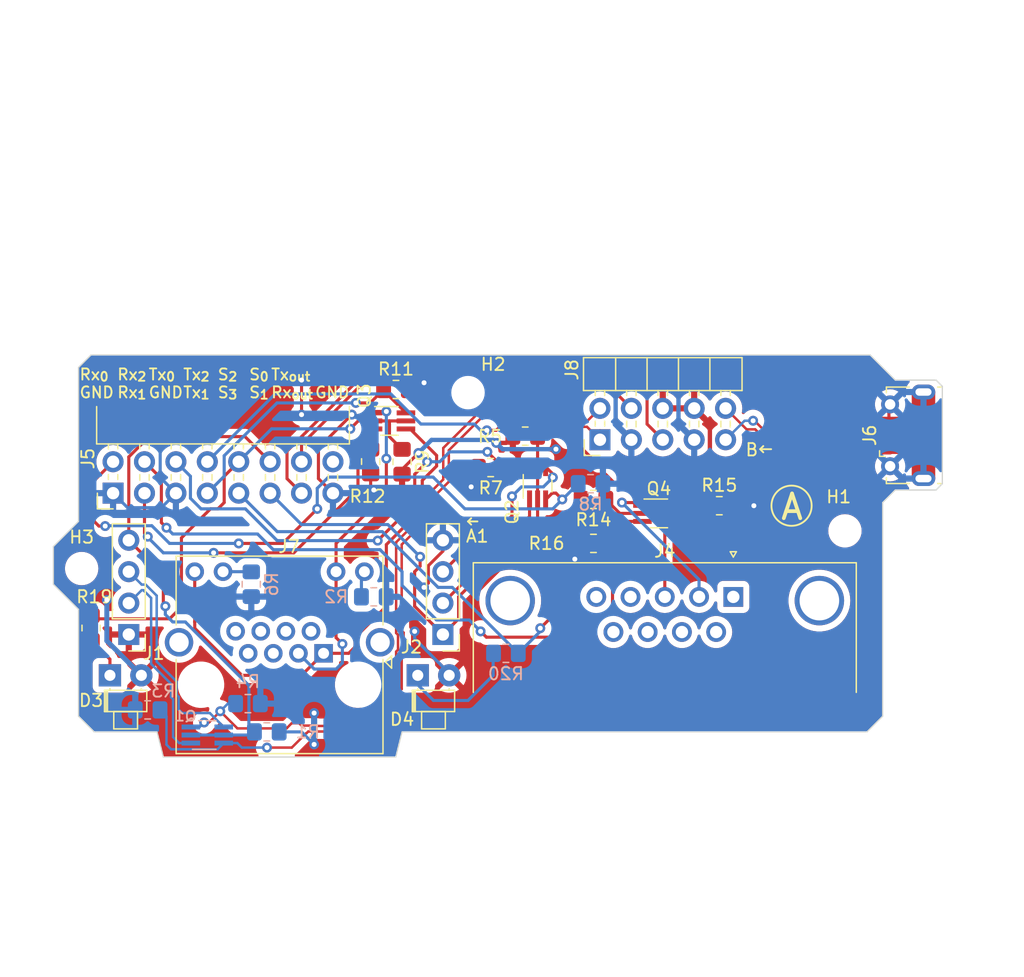
<source format=kicad_pcb>
(kicad_pcb (version 20221018) (generator pcbnew)
  (layers (0 "F.Cu" signal) (31 "B.Cu" signal) (34 "B.Paste" user) (35 "F.Paste" user) (36 "B.SilkS" user "B.Silkscreen") (37 "F.SilkS" user "F.Silkscreen") (38 "B.Mask" user) (39 "F.Mask" user) (44 "Edge.Cuts" user))
  (net 0 "")
  (net 1 "/D-")
  (net 2 "/D+")
  (net 3 "/Tx_{0}")
  (net 4 "/Rx_{0}")
  (net 5 "/Rx_{1}")
  (net 7 "/Tx_{1}")
  (net 14 "/Rx_{2}")
  (net 15 "/Tx_{2}")
  (net 22 "VCC")
  (net 23 "GND")
  (net 24 "/Tx_{out}")
  (net 25 "/Rx_{out}")
  (net 26 "/DO+")
  (net 27 "/DO-")
  (net 28 "Net-(D3-K)")
  (net 29 "Net-(D4-K)")
  (net 30 "/RXI_{0}")
  (net 31 "/TXI_{0}")
  (net 32 "/RXI_{1}")
  (net 33 "/TXI_{1}")
  (net 34 "/TXI_{2}")
  (net 35 "/RXI_{2}")
  (net 36 "/S_{0}")
  (net 37 "/S_{1}")
  (net 38 "/S_{2}")
  (net 39 "/S_{3}")
  (net 41 "Net-(J7-Pad9)")
  (net 42 "/U-")
  (net 43 "/U+")
  (net 45 "Net-(J7-Pad11)")
  (footprint "Connector_PinHeader_2.54mm:PinHeader_1x04_P2.54mm_Vertical" (layer "F.Cu") (at 60.706 72.39 180)
    (fp_text reference "J1")
    (fp_text value "Conn_01x04")
  )
  (footprint "Resistor_SMD:R_0805_2012Metric_Pad1.20x1.40mm_HandSolder" (layer "F.Cu") (at 89.9695 58.889852 180)
    (fp_text reference "R7")
    (fp_text value "40k")
  )
  (footprint "Connector_RJ:RJ45_Amphenol_RJHSE538X" (layer "F.Cu") (at 76.458 73.911 180)
    (fp_text reference "J7")
    (fp_text value "RJ45_LED")
  )
  (footprint "Package_TO_SOT_SMD:SOT-363_SC-70-6_Handsoldering" (layer "F.Cu") (at 81.788 55.118)
    (fp_text reference "Q3")
    (fp_text value "Q_Dual_PMOS_S1G1D2S2G2D1")
  )
  (footprint "Connector_PinHeader_2.54mm:PinHeader_1x04_P2.54mm_Vertical" (layer "F.Cu") (at 86.106 72.39 180)
    (fp_text reference "J2")
    (fp_text value "Conn_01x04")
  )
  (footprint "LED_THT:LED_D1.8mm_W1.8mm_H2.4mm_Horizontal_O1.27mm_Z1.6mm" (layer "F.Cu") (at 59.182 75.692)
    (fp_text reference "D3")
    (fp_text value "LED")
  )
  (footprint "Resistor_SMD:R_0805_2012Metric_Pad1.20x1.40mm_HandSolder" (layer "F.Cu") (at 98.282 61.468 180)
    (fp_text reference "R14")
    (fp_text value "20k")
  )
  (footprint "Connector_PinHeader_2.54mm:PinHeader_2x05_P2.54mm_Horizontal" (layer "F.Cu") (at 98.806 56.642 90)
    (fp_text reference "J8")
    (fp_text value "Conn_01x10 Data Conn")
  )
  (footprint "MountingHole:MountingHole_2.2mm_M2_ISO7380" (layer "F.Cu") (at 88.138 52.832)
    (fp_text reference "H2")
    (fp_text value "MountingHole")
  )
  (footprint "Connector_PinHeader_2.54mm:PinHeader_2x08_P2.54mm_Horizontal" (layer "F.Cu") (at 59.435999 60.96 90)
    (fp_text reference "J5")
    (fp_text value "Conn_02x08_Top_Bottom Switch Conn")
  )
  (footprint "Resistor_SMD:R_0805_2012Metric_Pad1.20x1.40mm_HandSolder" (layer "F.Cu") (at 92.7635 56.349852 180)
    (fp_text reference "R5")
    (fp_text value "20k")
  )
  (footprint "Resistor_SMD:R_0805_2012Metric_Pad1.20x1.40mm_HandSolder" (layer "F.Cu") (at 98.282 65.024 180)
    (fp_text reference "R16")
    (fp_text value "40k")
  )
  (footprint "Resistor_SMD:R_0805_2012Metric_Pad1.20x1.40mm_HandSolder" (layer "F.Cu") (at 108.458 61.976)
    (fp_text reference "R15")
    (fp_text value "40k")
  )
  (footprint "MountingHole:MountingHole_2.2mm_M2_ISO7380" (layer "F.Cu") (at 56.896 67.056)
    (fp_text reference "H3")
    (fp_text value "MountingHole")
  )
  (footprint "Package_TO_SOT_SMD:SOT-363_SC-70-6_Handsoldering" (layer "F.Cu") (at 103.572 62.596)
    (fp_text reference "Q4")
    (fp_text value "Q_Dual_PMOS_S1G1D2S2G2D1")
  )
  (footprint "Resistor_SMD:R_0805_2012Metric_Pad1.20x1.40mm_HandSolder" (layer "F.Cu") (at 80.264 58.404 -90)
    (fp_text reference "R12")
    (fp_text value "40k")
  )
  (footprint "Connector_USB:USB_Micro-B_Molex-105017-0001" (layer "F.Cu") (at 123.7305 56.282 90)
    (fp_text reference "J6")
    (fp_text value "USB_B_Micro Debug")
  )
  (footprint "Resistor_SMD:R_0805_2012Metric_Pad1.20x1.40mm_HandSolder" (layer "F.Cu") (at 82.312 52.578)
    (fp_text reference "R11")
    (fp_text value "40k")
  )
  (footprint "Connector_Dsub:DSUB-9_Female_Horizontal_P2.77x2.84mm_EdgePinOffset4.94mm_Housed_MountingHolesOffset7.48mm" (layer "F.Cu") (at 109.589 69.349669)
    (fp_text reference "J4")
    (fp_text value "DE9_Receptacle")
  )
  (footprint "Package_TO_SOT_SMD:SOT-363_SC-70-6_Handsoldering" (layer "F.Cu") (at 93.7635 60.159852 90)
    (fp_text reference "Q2")
    (fp_text value "Q_Dual_PMOS_S1G1D2S2G2D1")
  )
  (footprint "Resistor_SMD:R_0805_2012Metric_Pad1.20x1.40mm_HandSolder" (layer "F.Cu") (at 57.658 71.866 90)
    (fp_text reference "R19")
    (fp_text value "1k")
  )
  (footprint "MountingHole:MountingHole_2.2mm_M2_ISO7380" (layer "F.Cu") (at 118.618 64.008)
    (fp_text reference "H1")
    (fp_text value "MountingHole")
  )
  (footprint "Resistor_SMD:R_0805_2012Metric_Pad1.20x1.40mm_HandSolder" (layer "F.Cu") (at 82.804 58.42 -90)
    (fp_text reference "R9")
    (fp_text value "20k")
  )
  (footprint "LED_THT:LED_D1.8mm_W1.8mm_H2.4mm_Horizontal_O1.27mm_Z1.6mm" (layer "F.Cu") (at 84.074 75.692)
    (fp_text reference "D4")
    (fp_text value "LED")
  )
  (footprint "Resistor_SMD:R_0805_2012Metric_Pad1.20x1.40mm_HandSolder" (layer "B.Cu") (at 71.866 80.265)
    (fp_text reference "R1")
    (fp_text value "20k")
  )
  (footprint "Resistor_SMD:R_0805_2012Metric_Pad1.20x1.40mm_HandSolder" (layer "B.Cu") (at 80.518 69.342 180)
    (fp_text reference "R2")
    (fp_text value "330")
  )
  (footprint "Resistor_SMD:R_0805_2012Metric_Pad1.20x1.40mm_HandSolder" (layer "B.Cu") (at 70.342 77.979)
    (fp_text reference "R4")
    (fp_text value "300k")
  )
  (footprint "Resistor_SMD:R_0805_2012Metric_Pad1.20x1.40mm_HandSolder" (layer "B.Cu") (at 62.23 78.486 180)
    (fp_text reference "R3")
    (fp_text value "300k")
  )
  (footprint "Resistor_SMD:R_0805_2012Metric_Pad1.20x1.40mm_HandSolder" (layer "B.Cu") (at 91.202 73.914)
    (fp_text reference "R20")
    (fp_text value "1k")
  )
  (footprint "Resistor_SMD:R_0805_2012Metric_Pad1.20x1.40mm_HandSolder" (layer "B.Cu") (at 70.612 68.326 90)
    (fp_text reference "R6")
    (fp_text value "330")
  )
  (footprint "Package_TO_SOT_SMD:SOT-363_SC-70-6_Handsoldering" (layer "B.Cu") (at 67.056 80.519)
    (fp_text reference "Q1")
    (fp_text value "Q_Dual_PMOS_S1G1D2S2G2D1")
  )
  (footprint "Resistor_SMD:R_0805_2012Metric_Pad1.20x1.40mm_HandSolder" (layer "B.Cu") (at 98.044 60.198)
    (fp_text reference "R8")
    (fp_text value "40k")
  )
  (gr_line (start 88.138 63.246) (end 88.392 62.992) (stroke (width 0.15)) (layer "F.SilkS"))
  (gr_line (start 88.9 63.246) (end 88.138 63.246) (stroke (width 0.15)) (layer "F.SilkS"))
  (gr_line (start 111.76 57.404) (end 112.014 57.658) (stroke (width 0.15)) (layer "F.SilkS"))
  (gr_line (start 112.649 57.404) (end 111.887 57.404) (stroke (width 0.15)) (layer "F.SilkS"))
  (gr_line (start 111.76 57.404) (end 112.014 57.15) (stroke (width 0.15)) (layer "F.SilkS"))
  (gr_circle (center 114.3 61.976) (end 115.57 60.96) (stroke (width 0.15)) (fill none) (layer "F.SilkS"))
  (gr_line (start 88.138 63.246) (end 88.392 63.5) (stroke (width 0.15)) (layer "F.SilkS"))
  (gr_line (start 56.642 50.8) (end 57.658 49.784) (stroke (width 0.1)) (layer "Edge.Cuts"))
  (gr_line (start 126.492 60.198) (end 125.984 60.706) (stroke (width 0.1)) (layer "Edge.Cuts"))
  (gr_line (start 126.492 60.198) (end 126.492 52.324) (stroke (width 0.1)) (layer "Edge.Cuts"))
  (gr_line (start 56.642 50.8) (end 56.642 63.246) (stroke (width 0.1)) (layer "Edge.Cuts"))
  (gr_line (start 54.61 65.278) (end 56.642 63.246) (stroke (width 0.1)) (layer "Edge.Cuts"))
  (gr_line (start 121.666 78.994) (end 121.666 61.722) (stroke (width 0.1)) (layer "Edge.Cuts"))
  (gr_line (start 54.61 68.326) (end 56.642 70.358) (stroke (width 0.1)) (layer "Edge.Cuts"))
  (gr_line (start 56.642 78.994) (end 56.642 70.358) (stroke (width 0.1)) (layer "Edge.Cuts"))
  (gr_line (start 54.61 68.326) (end 54.61 65.278) (stroke (width 0.1)) (layer "Edge.Cuts"))
  (gr_line (start 62.992 80.264) (end 57.912 80.264) (stroke (width 0.1)) (layer "Edge.Cuts"))
  (gr_line (start 57.912 80.264) (end 56.642 78.994) (stroke (width 0.1)) (layer "Edge.Cuts"))
  (gr_line (start 82.804 80.264) (end 82.296 82.296) (stroke (width 0.1)) (layer "Edge.Cuts"))
  (gr_line (start 120.65 49.784) (end 122.682 51.816) (stroke (width 0.1)) (layer "Edge.Cuts"))
  (gr_line (start 126.492 52.324) (end 125.984 51.816) (stroke (width 0.1)) (layer "Edge.Cuts"))
  (gr_line (start 125.984 60.706) (end 122.682 60.706) (stroke (width 0.1)) (layer "Edge.Cuts"))
  (gr_line (start 120.65 49.784) (end 57.658 49.784) (stroke (width 0.1)) (layer "Edge.Cuts"))
  (gr_line (start 63.5 82.296) (end 62.992 80.264) (stroke (width 0.1)) (layer "Edge.Cuts"))
  (gr_line (start 122.682 60.706) (end 121.666 61.722) (stroke (width 0.1)) (layer "Edge.Cuts"))
  (gr_line (start 82.804 80.264) (end 120.396 80.264) (stroke (width 0.1)) (layer "Edge.Cuts"))
  (gr_line (start 82.296 82.296) (end 63.5 82.296) (stroke (width 0.1)) (layer "Edge.Cuts"))
  (gr_line (start 125.984 51.816) (end 122.682 51.816) (stroke (width 0.1)) (layer "Edge.Cuts"))
  (gr_line (start 120.396 80.264) (end 121.666 78.994) (stroke (width 0.1)) (layer "Edge.Cuts"))
  (gr_text "Rx_{0}\nGND" (at 56.642 53.34) (layer "F.SilkS") (effects (font (size 0.9 0.9)) (justify left bottom)))
  (gr_text "Rx_{2}\nRx_{1}" (at 59.69 53.34) (layer "F.SilkS") (effects (font (size 0.9 0.9)) (justify left bottom)))
  (gr_text "S_{0}\nS_{1}" (at 70.358 53.34) (layer "F.SilkS") (effects (font (size 0.9 0.9)) (justify left bottom)))
  (gr_text "Tx_{out}\nRx_{out}" (at 72.136 53.34) (layer "F.SilkS") (effects (font (size 0.9 0.9)) (justify left bottom)))
  (gr_text "Tx_{2}\nTx_{1}" (at 65.024 53.34) (layer "F.SilkS") (effects (font (size 0.9 0.9)) (justify left bottom)))
  (gr_text "S_{2}\nS_{3}" (at 67.818 53.34) (layer "F.SilkS") (effects (font (size 0.9 0.9)) (justify left bottom)))
  (gr_text "A" (at 113.284 63.246) (layer "F.SilkS") (effects (font (size 2 2) (thickness 0.3)) (justify left bottom)))
  (gr_text "B" (at 110.49 58.039) (layer "F.SilkS") (effects (font (size 1 1)) (justify left bottom)))
  (gr_text "Tx_{0}\nGND" (at 62.23 53.34) (layer "F.SilkS") (effects (font (size 0.9 0.9)) (justify left bottom)))
  (gr_text "\nGND" (at 75.692 53.34) (layer "F.SilkS") (effects (font (size 0.9 0.9)) (justify left bottom)))
  (gr_text "A1" (at 87.884 65.024) (layer "F.SilkS") (effects (font (size 1 1)) (justify left bottom)))
  (segment (start 67.258 78.741) (end 65.024 78.741) (width 0.2) (layer "B.Cu") (net 1))
  (segment (start 64.741 78.458) (end 64.741 77.437072) (width 0.2) (layer "B.Cu") (net 1))
  (segment (start 64.573 76.1928) (end 62.963 74.5828) (width 0.2) (layer "B.Cu") (net 1))
  (segment (start 68.386 79.869) (end 67.258 78.741) (width 0.2) (layer "B.Cu") (net 1))
  (segment (start 62.069199 68.354999) (end 61.750999 68.354999) (width 0.2) (layer "B.Cu") (net 1))
  (segment (start 61.750999 68.354999) (end 60.706 67.31) (width 0.2) (layer "B.Cu") (net 1))
  (segment (start 64.741 77.437072) (end 64.573 77.269072) (width 0.2) (layer "B.Cu") (net 1))
  (segment (start 64.573 77.269072) (end 64.573 76.1928) (width 0.2) (layer "B.Cu") (net 1))
  (segment (start 62.963 69.2488) (end 62.069199 68.354999) (width 0.2) (layer "B.Cu") (net 1))
  (segment (start 62.963 74.5828) (end 62.963 69.2488) (width 0.2) (layer "B.Cu") (net 1))
  (segment (start 65.024 78.741) (end 64.741 78.458) (width 0.2) (layer "B.Cu") (net 1))
  (segment (start 62.513 74.7692) (end 62.513 69.4352) (width 0.2) (layer "B.Cu") (net 2))
  (segment (start 64.12302 77.45546) (end 64.12302 76.37922) (width 0.2) (layer "B.Cu") (net 2))
  (segment (start 64.291 77.62344) (end 64.12302 77.45546) (width 0.2) (layer "B.Cu") (net 2))
  (segment (start 61.882801 68.805001) (end 61.750999 68.805001) (width 0.2) (layer "B.Cu") (net 2))
  (segment (start 65.726 81.169) (end 64.776 81.169) (width 0.2) (layer "B.Cu") (net 2))
  (segment (start 64.776 81.169) (end 64.291 80.684) (width 0.2) (layer "B.Cu") (net 2))
  (segment (start 64.12302 76.37922) (end 62.513 74.7692) (width 0.2) (layer "B.Cu") (net 2))
  (segment (start 61.750999 68.805001) (end 60.706 69.85) (width 0.2) (layer "B.Cu") (net 2))
  (segment (start 62.513 69.4352) (end 61.882801 68.805001) (width 0.2) (layer "B.Cu") (net 2))
  (segment (start 64.291 80.684) (end 64.291 77.62344) (width 0.2) (layer "B.Cu") (net 2))
  (segment (start 90.9695 58.889852) (end 89.6995 57.619852) (width 0.25) (layer "F.Cu") (net 3))
  (segment (start 80.833 64.797804) (end 83.829 61.801804) (width 0.25) (layer "F.Cu") (net 3))
  (segment (start 90.9695 58.889852) (end 93.0535 58.889852) (width 0.25) (layer "F.Cu") (net 3))
  (segment (start 83.829 61.801804) (end 83.829 59.427) (width 0.25) (layer "F.Cu") (net 3))
  (segment (start 83.829 59.427) (end 84.836 58.42) (width 0.25) (layer "F.Cu") (net 3))
  (via (at 80.833 64.797804) (size 0.8) (drill 0.4) (layers "F.Cu" "B.Cu") (net 3))
  (via (at 89.6995 57.619852) (size 0.8) (drill 0.4) (layers "F.Cu" "B.Cu") (net 3))
  (via (at 84.836 58.42) (size 0.8) (drill 0.4) (layers "F.Cu" "B.Cu") (net 3))
  (segment (start 65.690999 61.372999) (end 66.548 62.23) (width 0.25) (layer "B.Cu") (net 3))
  (segment (start 70.134805 62.23) (end 72.702609 64.797804) (width 0.25) (layer "B.Cu") (net 3))
  (segment (start 86.652148 57.619852) (end 85.852 58.42) (width 0.25) (layer "B.Cu") (net 3))
  (segment (start 64.515999 58.42) (end 65.690999 59.595) (width 0.25) (layer "B.Cu") (net 3))
  (segment (start 66.548 62.23) (end 70.134805 62.23) (width 0.25) (layer "B.Cu") (net 3))
  (segment (start 72.702609 64.797804) (end 80.833 64.797804) (width 0.25) (layer "B.Cu") (net 3))
  (segment (start 89.6995 57.619852) (end 86.652148 57.619852) (width 0.25) (layer "B.Cu") (net 3))
  (segment (start 85.852 58.42) (end 84.836 58.42) (width 0.25) (layer "B.Cu") (net 3))
  (segment (start 65.690999 59.595) (end 65.690999 61.372999) (width 0.25) (layer "B.Cu") (net 3))
  (segment (start 75.946 62.23) (end 73.152 65.024) (width 0.25) (layer "F.Cu") (net 4))
  (segment (start 95.25 60.96) (end 95.758 61.468) (width 0.25) (layer "F.Cu") (net 4))
  (segment (start 95.7585 61.4675) (end 95.758 61.468) (width 0.25) (layer "F.Cu") (net 4))
  (segment (start 57.912 59.943999) (end 59.435999 58.42) (width 0.25) (layer "F.Cu") (net 4))
  (segment (start 57.912 63.246) (end 57.912 59.943999) (width 0.25) (layer "F.Cu") (net 4))
  (segment (start 94.4135 61.489852) (end 94.943352 60.96) (width 0.25) (layer "F.Cu") (net 4))
  (segment (start 73.152 65.024) (end 69.596 65.024) (width 0.25) (layer "F.Cu") (net 4))
  (segment (start 58.288701 63.622701) (end 57.912 63.246) (width 0.25) (layer "F.Cu") (net 4))
  (segment (start 58.796701 63.622701) (end 58.288701 63.622701) (width 0.25) (layer "F.Cu") (net 4))
  (segment (start 94.943352 60.96) (end 95.25 60.96) (width 0.25) (layer "F.Cu") (net 4))
  (via (at 58.796701 63.622701) (size 0.8) (drill 0.4) (layers "F.Cu" "B.Cu") (net 4))
  (via (at 95.758 61.468) (size 0.8) (drill 0.4) (layers "F.Cu" "B.Cu") (net 4))
  (via (at 69.596 65.024) (size 0.8) (drill 0.4) (layers "F.Cu" "B.Cu") (net 4))
  (via (at 75.946 62.23) (size 0.8) (drill 0.4) (layers "F.Cu" "B.Cu") (net 4))
  (segment (start 77.216 59.66) (end 76.854298 59.66) (width 0.25) (layer "B.Cu") (net 4))
  (segment (start 85.314 59.66) (end 87.884 62.23) (width 0.25) (layer "B.Cu") (net 4))
  (segment (start 62.569695 63.595) (end 63.998695 65.024) (width 0.25) (layer "B.Cu") (net 4))
  (segment (start 58.824402 63.595) (end 58.796701 63.622701) (width 0.25) (layer "B.Cu") (net 4))
  (segment (start 87.884 62.23) (end 94.996 62.23) (width 0.25) (layer "B.Cu") (net 4))
  (segment (start 63.998695 65.024) (end 69.596 65.024) (width 0.25) (layer "B.Cu") (net 4))
  (segment (start 94.996 62.23) (end 95.758 61.468) (width 0.25) (layer "B.Cu") (net 4))
  (segment (start 77.216 59.66) (end 85.314 59.66) (width 0.25) (layer "B.Cu") (net 4))
  (segment (start 95.758 61.468) (end 95.774 61.468) (width 0.25) (layer "B.Cu") (net 4))
  (segment (start 58.824402 63.595) (end 62.569695 63.595) (width 0.25) (layer "B.Cu") (net 4))
  (segment (start 76.854298 59.66) (end 75.946 60.568298) (width 0.25) (layer "B.Cu") (net 4))
  (segment (start 95.774 61.468) (end 97.044 60.198) (width 0.25) (layer "B.Cu") (net 4))
  (segment (start 75.946 60.568298) (end 75.946 62.23) (width 0.25) (layer "B.Cu") (net 4))
  (segment (start 76.01485 63.82285) (end 74.0517 65.786) (width 0.25) (layer "F.Cu") (net 5))
  (segment (start 61.976 62.992) (end 61.976 64.212456) (width 0.25) (layer "F.Cu") (net 5))
  (segment (start 74.0517 65.786) (end 67.564 65.786) (width 0.25) (layer "F.Cu") (net 5))
  (segment (start 79.239 58.429) (end 79.239 60.5987) (width 0.25) (layer "F.Cu") (net 5))
  (segment (start 80.264 57.404) (end 80.264 55.962) (width 0.25) (layer "F.Cu") (net 5))
  (segment (start 80.264 55.962) (end 80.458 55.768) (width 0.25) (layer "F.Cu") (net 5))
  (segment (start 61.976 64.212456) (end 62.241946 64.478402) (width 0.25) (layer "F.Cu") (net 5))
  (segment (start 79.239 60.5987) (end 76.01485 63.82285) (width 0.25) (layer "F.Cu") (net 5))
  (segment (start 80.264 57.404) (end 79.239 58.429) (width 0.25) (layer "F.Cu") (net 5))
  (segment (start 61.975999 60.96) (end 61.976 62.992) (width 0.25) (layer "F.Cu") (net 5))
  (via (at 67.564 65.786) (size 0.8) (drill 0.4) (layers "F.Cu" "B.Cu") (net 5))
  (via (at 62.241946 64.478402) (size 0.8) (drill 0.4) (layers "F.Cu" "B.Cu") (net 5))
  (segment (start 63.5 65.786) (end 62.241946 64.527946) (width 0.25) (layer "B.Cu") (net 5))
  (segment (start 67.564 65.786) (end 63.5 65.786) (width 0.25) (layer "B.Cu") (net 5))
  (segment (start 62.241946 64.527946) (end 62.241946 64.478402) (width 0.25) (layer "B.Cu") (net 5))
  (segment (start 81.312 52.578) (end 81.312 52.662) (width 0.25) (layer "F.Cu") (net 7))
  (segment (start 79.062497 53.662497) (end 80.227503 53.662497) (width 0.25) (layer "F.Cu") (net 7))
  (segment (start 81.312 52.662) (end 83.118 54.468) (width 0.25) (layer "F.Cu") (net 7))
  (segment (start 80.227503 53.662497) (end 81.312 52.578) (width 0.25) (layer "F.Cu") (net 7))
  (via (at 79.062497 53.662497) (size 0.8) (drill 0.4) (layers "F.Cu" "B.Cu") (net 7))
  (segment (start 67.055999 60.96) (end 68.420999 59.595) (width 0.25) (layer "B.Cu") (net 7))
  (segment (start 72.691801 53.662497) (end 79.062497 53.662497) (width 0.25) (layer "B.Cu") (net 7))
  (segment (start 68.420999 59.595) (end 68.420999 57.933299) (width 0.25) (layer "B.Cu") (net 7))
  (segment (start 68.420999 57.933299) (end 72.691801 53.662497) (width 0.25) (layer "B.Cu") (net 7))
  (segment (start 89.625 72.607) (end 97.319 72.607) (width 0.25) (layer "F.Cu") (net 14))
  (segment (start 63.340999 59.785) (end 63.340999 63.340999) (width 0.25) (layer "F.Cu") (net 14))
  (segment (start 97.319 72.607) (end 99.822 70.104) (width 0.25) (layer "F.Cu") (net 14))
  (segment (start 99.822 70.104) (end 99.822 65.564) (width 0.25) (layer "F.Cu") (net 14))
  (segment (start 89.154 72.136) (end 89.625 72.607) (width 0.25) (layer "F.Cu") (net 14))
  (segment (start 99.282 65.024) (end 101.06 63.246) (width 0.25) (layer "F.Cu") (net 14))
  (segment (start 61.975999 58.42) (end 63.340999 59.785) (width 0.25) (layer "F.Cu") (net 14))
  (segment (start 101.06 63.246) (end 102.242 63.246) (width 0.25) (layer "F.Cu") (net 14))
  (segment (start 99.822 65.564) (end 99.282 65.024) (width 0.25) (layer "F.Cu") (net 14))
  (segment (start 63.340999 63.340999) (end 63.754 63.754) (width 0.25) (layer "F.Cu") (net 14))
  (via (at 89.154 72.136) (size 0.8) (drill 0.4) (layers "F.Cu" "B.Cu") (net 14))
  (via (at 63.754 63.754) (size 0.8) (drill 0.4) (layers "F.Cu" "B.Cu") (net 14))
  (segment (start 85.598 71.215) (end 82.804 68.421) (width 0.25) (layer "B.Cu") (net 14))
  (segment (start 72.39 65.532) (end 71.12 64.262) (width 0.25) (layer "B.Cu") (net 14))
  (segment (start 81.026 65.532) (end 72.39 65.532) (width 0.25) (layer "B.Cu") (net 14))
  (segment (start 64.262 64.262) (end 63.754 63.754) (width 0.25) (layer "B.Cu") (net 14))
  (segment (start 88.233 71.215) (end 85.598 71.215) (width 0.25) (layer "B.Cu") (net 14))
  (segment (start 71.12 64.262) (end 64.262 64.262) (width 0.25) (layer "B.Cu") (net 14))
  (segment (start 82.804 68.421) (end 82.804 67.31) (width 0.25) (layer "B.Cu") (net 14))
  (segment (start 89.154 72.136) (end 88.233 71.215) (width 0.25) (layer "B.Cu") (net 14))
  (segment (start 82.804 67.31) (end 81.026 65.532) (width 0.25) (layer "B.Cu") (net 14))
  (segment (start 96.774 56.76962) (end 96.13962 56.76962) (width 0.25) (layer "F.Cu") (net 15))
  (segment (start 98.67838 58.674) (end 96.774 56.76962) (width 0.25) (layer "F.Cu") (net 15))
  (segment (start 90.424 55.88) (end 90.979148 55.324852) (width 0.25) (layer "F.Cu") (net 15))
  (segment (start 96.13962 56.76962) (end 94.694852 55.324852) (width 0.25) (layer "F.Cu") (net 15))
  (segment (start 102.108 61.214) (end 103.378 61.214) (width 0.25) (layer "F.Cu") (net 15))
  (segment (start 99.568 58.674) (end 98.67838 58.674) (width 0.25) (layer "F.Cu") (net 15))
  (segment (start 90.979148 55.324852) (end 94.694852 55.324852) (width 0.25) (layer "F.Cu") (net 15))
  (segment (start 103.378 61.214) (end 104.11 61.946) (width 0.25) (layer "F.Cu") (net 15))
  (segment (start 99.568 58.674) (end 102.108 61.214) (width 0.25) (layer "F.Cu") (net 15))
  (segment (start 89.662 55.88) (end 90.424 55.88) (width 0.25) (layer "F.Cu") (net 15))
  (segment (start 107.428 61.946) (end 107.458 61.976) (width 0.25) (layer "F.Cu") (net 15))
  (segment (start 104.11 61.946) (end 104.902 61.946) (width 0.25) (layer "F.Cu") (net 15))
  (segment (start 104.902 61.946) (end 107.428 61.946) (width 0.25) (layer "F.Cu") (net 15))
  (via (at 89.662 55.88) (size 0.8) (drill 0.4) (layers "F.Cu" "B.Cu") (net 15))
  (segment (start 89.154 55.88) (end 89.662 55.88) (width 0.25) (layer "B.Cu") (net 15))
  (segment (start 88.646 55.372) (end 89.154 55.88) (width 0.25) (layer "B.Cu") (net 15))
  (segment (start 88.646 55.372) (end 84.328 55.372) (width 0.25) (layer "B.Cu") (net 15))
  (segment (start 67.055999 58.42) (end 72.538502 52.937497) (width 0.25) (layer "B.Cu") (net 15))
  (segment (start 72.538502 52.937497) (end 81.893497 52.937497) (width 0.25) (layer "B.Cu") (net 15))
  (segment (start 81.893497 52.937497) (end 84.328 55.372) (width 0.25) (layer "B.Cu") (net 15))
  (segment (start 120.472 57.582) (end 120.396 57.658) (width 0.5) (layer "F.Cu") (net 22))
  (segment (start 107.188 54.864) (end 107.696 55.372) (width 0.5) (layer "F.Cu") (net 22))
  (segment (start 90.424 56.896) (end 91.217352 56.896) (width 0.35) (layer "F.Cu") (net 22))
  (segment (start 122.268 57.582) (end 120.472 57.582) (width 0.5) (layer "F.Cu") (net 22))
  (segment (start 87.901 74.405) (end 87.901 69.833) (width 0.4) (layer "F.Cu") (net 22))
  (segment (start 82.804 59.42) (end 82.804 59.03849) (width 0.25) (layer "F.Cu") (net 22))
  (segment (start 107.696 55.372) (end 107.696 55.626) (width 0.35) (layer "F.Cu") (net 22))
  (segment (start 106.426 54.102) (end 107.188 54.864) (width 0.5) (layer "F.Cu") (net 22))
  (segment (start 82.804 59.03849) (end 84.129245 57.713245) (width 0.25) (layer "F.Cu") (net 22))
  (segment (start 107.696 55.626) (end 107.696 57.658) (width 0.35) (layer "F.Cu") (net 22))
  (segment (start 91.217352 56.896) (end 91.7635 56.349852) (width 0.35) (layer "F.Cu") (net 22))
  (segment (start 86.614 75.692) (end 87.901 74.405) (width 0.4) (layer "F.Cu") (net 22))
  (segment (start 87.901 69.833) (end 90.932 66.802) (width 0.4) (layer "F.Cu") (net 22))
  (segment (start 90.932 66.802) (end 91.948 66.802) (width 0.4) (layer "F.Cu") (net 22))
  (segment (start 91.7635 56.349852) (end 91.254352 56.859) (width 0.25) (layer "F.Cu") (net 22))
  (segment (start 121.742 57.582) (end 123.03 57.582) (width 0.4) (layer "F.Cu") (net 22))
  (via (at 58.928 69.596) (size 0.8) (drill 0.4) (layers "F.Cu" "B.Cu") (net 22))
  (via (at 90.424 56.896) (size 0.8) (drill 0.4) (layers "F.Cu" "B.Cu") (net 22))
  (via (at 75.692 78.74) (size 0.8) (drill 0.4) (layers "F.Cu" "B.Cu") (net 22))
  (via (at 84.129245 57.713245) (size 0.8) (drill 0.4) (layers "F.Cu" "B.Cu") (net 22))
  (via (at 83.82 72.136) (size 0.8) (drill 0.4) (layers "F.Cu" "B.Cu") (net 22))
  (via (at 95.25 57.404) (size 0.8) (drill 0.4) (layers "F.Cu" "B.Cu") (net 22))
  (via (at 75.692 81.28) (size 0.8) (drill 0.4) (layers "F.Cu" "B.Cu") (net 22))
  (segment (start 75.692 80.518) (end 75.692 78.74) (width 0.5) (layer "B.Cu") (net 22))
  (segment (start 84.129245 57.713245) (end 84.14749 57.695) (width 0.25) (layer "B.Cu") (net 22))
  (segment (start 90.424 56.896) (end 90.932 57.404) (width 0.35) (layer "B.Cu") (net 22))
  (segment (start 90.183 56.655) (end 85.18749 56.655) (width 0.35) (layer "B.Cu") (net 22))
  (segment (start 75.692 81.28) (end 75.692 80.518) (width 0.5) (layer "B.Cu") (net 22))
  (segment (start 90.932 57.404) (end 95.25 57.404) (width 0.35) (layer "B.Cu") (net 22))
  (segment (start 86.634 75.541) (end 83.82 72.727) (width 0.25) (layer "B.Cu") (net 22))
  (segment (start 74.677 80.265) (end 75.692 81.28) (width 0.25) (layer "B.Cu") (net 22))
  (segment (start 85.18749 56.655) (end 84.129245 57.713245) (width 0.35) (layer "B.Cu") (net 22))
  (segment (start 90.424 56.896) (end 90.183 56.655) (width 0.35) (layer "B.Cu") (net 22))
  (segment (start 60.706 74.676) (end 58.928 72.898) (width 0.4) (layer "B.Cu") (net 22))
  (segment (start 61.722 75.692) (end 60.706 74.676) (width 0.4) (layer "B.Cu") (net 22))
  (segment (start 58.928 72.898) (end 58.928 69.596) (width 0.4) (layer "B.Cu") (net 22))
  (segment (start 83.82 72.727) (end 83.82 72.136) (width 0.25) (layer "B.Cu") (net 22))
  (segment (start 72.866 80.265) (end 74.677 80.265) (width 0.25) (layer "B.Cu") (net 22))
  (segment (start 64.515999 60.96) (end 64.513 60.962999) (width 0.25) (layer "F.Cu") (net 23))
  (segment (start 77.215999 60.96) (end 76.040999 59.785) (width 0.25) (layer "F.Cu") (net 23))
  (segment (start 122.174 54.982) (end 122.174 53.782) (width 0.25) (layer "F.Cu") (net 23))
  (segment (start 86.106 65.648299) (end 84.931 66.823299) (width 0.25) (layer "F.Cu") (net 23))
  (segment (start 97.282 65.786) (end 96.774 66.294) (width 0.25) (layer "F.Cu") (net 23))
  (segment (start 97.282 65.024) (end 97.282 65.786) (width 0.25) (layer "F.Cu") (net 23))
  (segment (start 84.931 66.823299) (end 84.931 68.231) (width 0.25) (layer "F.Cu") (net 23))
  (segment (start 84.931 68.231) (end 84.582 68.58) (width 0.25) (layer "F.Cu") (net 23))
  (segment (start 76.040999 59.785) (end 76.040999 57.309001) (width 0.25) (layer "F.Cu") (net 23))
  (segment (start 86.106 64.77) (end 86.106 65.648299) (width 0.25) (layer "F.Cu") (net 23))
  (segment (start 74.676 54.61) (end 74.676 51.816) (width 0.25) (layer "F.Cu") (net 23))
  (segment (start 124.968 57.282) (end 124.968 59.182) (width 0.5) (layer "F.Cu") (net 23))
  (segment (start 109.458 61.976) (end 111.252 61.976) (width 0.25) (layer "F.Cu") (net 23))
  (segment (start 88.424 60.42) (end 88.392 60.452) (width 0.25) (layer "F.Cu") (net 23))
  (segment (start 76.040999 57.309001) (end 78.74 54.61) (width 0.25) (layer "F.Cu") (net 23))
  (segment (start 80.264 60.452) (end 80.518 60.706) (width 0.25) (layer "F.Cu") (net 23))
  (segment (start 80.264 59.404) (end 80.264 60.452) (width 0.25) (layer "F.Cu") (net 23))
  (segment (start 124.968 55.282) (end 124.968 53.382) (width 0.5) (layer "F.Cu") (net 23))
  (segment (start 83.312 52.578) (end 84.0365 52.578) (width 0.25) (layer "F.Cu") (net 23))
  (segment (start 84.0365 52.578) (end 84.582 52.0325) (width 0.25) (layer "F.Cu") (net 23))
  (segment (start 88.424 59.182) (end 88.424 60.42) (width 0.25) (layer "F.Cu") (net 23))
  (via (at 84.582 68.58) (size 0.8) (drill 0.4) (layers "F.Cu" "B.Cu") (net 23))
  (via (at 74.676 51.816) (size 0.8) (drill 0.4) (layers "F.Cu" "B.Cu") (net 23))
  (via (at 84.582 52.0325) (size 0.8) (drill 0.4) (layers "F.Cu" "B.Cu") (net 23))
  (via (at 78.74 54.61) (size 0.8) (drill 0.4) (layers "F.Cu" "B.Cu") (net 23))
  (via (at 80.518 60.706) (size 0.8) (drill 0.4) (layers "F.Cu" "B.Cu") (net 23))
  (via (at 74.676 54.61) (size 0.8) (drill 0.4) (layers "F.Cu" "B.Cu") (net 23))
  (via (at 111.252 61.976) (size 0.8) (drill 0.4) (layers "F.Cu" "B.Cu") (net 23))
  (via (at 96.774 66.294) (size 0.8) (drill 0.4) (layers "F.Cu" "B.Cu") (net 23))
  (via (at 88.392 60.452) (size 0.8) (drill 0.4) (layers "F.Cu" "B.Cu") (net 23))
  (segment (start 64.515999 60.96) (end 63.340999 62.135) (width 0.25) (layer "B.Cu") (net 23))
  (segment (start 78.74 54.61) (end 74.676 54.61) (width 0.25) (layer "B.Cu") (net 23))
  (segment (start 60.610999 62.135) (end 59.435999 60.96) (width 0.25) (layer "B.Cu") (net 23))
  (segment (start 64.515999 60.96) (end 63.246 59.690001) (width 0.25) (layer "B.Cu") (net 23))
  (segment (start 106.426 56.642) (end 105.664 55.88) (width 0.5) (layer "B.Cu") (net 23))
  (segment (start 105.664 55.88) (end 105.156 55.372) (width 0.5) (layer "B.Cu") (net 23))
  (segment (start 63.340999 62.135) (end 60.610999 62.135) (width 0.25) (layer "B.Cu") (net 23))
  (segment (start 100.076 55.118) (end 100.076 53.086) (width 0.35) (layer "B.Cu") (net 23))
  (segment (start 63.246 59.690001) (end 63.246 56.388) (width 0.25) (layer "B.Cu") (net 23))
  (segment (start 100.33 55.626) (end 100.076 55.372) (width 0.5) (layer "B.Cu") (net 23))
  (segment (start 100.076 55.372) (end 100.076 55.118) (width 0.35) (layer "B.Cu") (net 23))
  (segment (start 101.346 56.642) (end 100.33 55.626) (width 0.5) (layer "B.Cu") (net 23))
  (segment (start 105.156 55.118) (end 105.156 53.086) (width 0.35) (layer "B.Cu") (net 23))
  (segment (start 105.156 55.372) (end 105.156 55.118) (width 0.35) (layer "B.Cu") (net 23))
  (segment (start 99.822 52.578) (end 101.346 54.102) (width 0.25) (layer "F.Cu") (net 24))
  (segment (start 74.675999 58.42) (end 74.675999 57.024397) (width 0.25) (layer "F.Cu") (net 24))
  (segment (start 74.675999 57.024397) (end 80.392396 51.308) (width 0.25) (layer "F.Cu") (net 24))
  (segment (start 80.392396 51.308) (end 88.699965 51.308) (width 0.25) (layer "F.Cu") (net 24))
  (segment (start 89.969965 52.578) (end 99.822 52.578) (width 0.25) (layer "F.Cu") (net 24))
  (segment (start 88.699965 51.308) (end 89.969965 52.578) (width 0.25) (layer "F.Cu") (net 24))
  (segment (start 90.424 52.07) (end 101.854 52.07) (width 0.25) (layer "F.Cu") (net 25))
  (segment (start 102.616 55.372) (end 103.886 56.642) (width 0.25) (layer "F.Cu") (net 25))
  (segment (start 101.854 52.07) (end 102.616 52.832) (width 0.25) (layer "F.Cu") (net 25))
  (segment (start 73.500999 59.785) (end 73.500999 57.563001) (width 0.25) (layer "F.Cu") (net 25))
  (segment (start 80.264 50.8) (end 89.154 50.8) (width 0.25) (layer "F.Cu") (net 25))
  (segment (start 73.500999 57.563001) (end 80.264 50.8) (width 0.25) (layer "F.Cu") (net 25))
  (segment (start 89.154 50.8) (end 90.424 52.07) (width 0.25) (layer "F.Cu") (net 25))
  (segment (start 74.675999 60.96) (end 73.500999 59.785) (width 0.25) (layer "F.Cu") (net 25))
  (segment (start 102.616 52.832) (end 102.616 55.372) (width 0.25) (layer "F.Cu") (net 25))
  (segment (start 93.443652 54.899852) (end 94.870892 54.899852) (width 0.2) (layer "F.Cu") (net 26))
  (segment (start 94.870892 54.899852) (end 95.56804 55.597) (width 0.2) (layer "F.Cu") (net 26))
  (segment (start 82.775 76.8012) (end 82.775 73.959244) (width 0.2) (layer "F.Cu") (net 26))
  (segment (start 82.775 65.1172) (end 85.569 62.3232) (width 0.2) (layer "F.Cu") (net 26))
  (segment (start 82.92798 73.806264) (end 82.92798 72.235736) (width 0.2) (layer "F.Cu") (net 26))
  (segment (start 82.775 73.959244) (end 82.92798 73.806264) (width 0.2) (layer "F.Cu") (net 26))
  (segment (start 79.3412 80.235) (end 82.775 76.8012) (width 0.2) (layer "F.Cu") (net 26))
  (segment (start 73.88895 81.534) (end 75.04095 80.382) (width 0.2) (layer "F.Cu") (net 26))
  (segment (start 85.569 61.0532) (end 86.585 60.0372) (width 0.2) (layer "F.Cu") (net 26))
  (segment (start 92.8708 54.327) (end 93.443652 54.899852) (width 0.2) (layer "F.Cu") (net 26))
  (segment (start 71.882 81.534) (end 73.88895 81.534) (width 0.2) (layer "F.Cu") (net 26))
  (segment (start 95.56804 55.597) (end 97.761 55.597) (width 0.2) (layer "F.Cu") (net 26))
  (segment (start 89.7552 54.327) (end 92.8708 54.327) (width 0.2) (layer "F.Cu") (net 26))
  (segment (start 82.92798 72.235736) (end 82.775 72.082756) (width 0.2) (layer "F.Cu") (net 26))
  (segment (start 75.066 80.382) (end 75.213 80.235) (width 0.2) (layer "F.Cu") (net 26))
  (segment (start 86.585 60.0372) (end 86.585 57.4972) (width 0.2) (layer "F.Cu") (net 26))
  (segment (start 98.806 55.88) (end 98.806 56.642) (width 0.2) (layer "F.Cu") (net 26))
  (segment (start 85.569 62.3232) (end 85.569 61.0532) (width 0.2) (layer "F.Cu") (net 26))
  (segment (start 97.761 55.597) (end 98.806 56.642) (width 0.2) (layer "F.Cu") (net 26))
  (segment (start 75.04095 80.382) (end 75.066 80.382) (width 0.2) (layer "F.Cu") (net 26))
  (segment (start 75.213 80.235) (end 79.3412 80.235) (width 0.2) (layer "F.Cu") (net 26))
  (segment (start 86.585 57.4972) (end 89.7552 54.327) (width 0.2) (layer "F.Cu") (net 26))
  (segment (start 82.775 72.082756) (end 82.775 65.1172) (width 0.2) (layer "F.Cu") (net 26))
  (via (at 71.882 81.534) (size 0.8) (drill 0.4) (layers "F.Cu" "B.Cu") (net 26))
  (segment (start 64.126 81.669) (end 63.754 81.297) (width 0.2) (layer "B.Cu") (net 26))
  (segment (start 69.484 81.169) (end 69.849 81.534) (width 0.2) (layer "B.Cu") (net 26))
  (segment (start 63.754 81.297) (end 63.754 79.01) (width 0.2) (layer "B.Cu") (net 26))
  (segment (start 68.386 81.169) (end 67.886 81.669) (width 0.2) (layer "B.Cu") (net 26))
  (segment (start 69.849 81.534) (end 71.882 81.534) (width 0.2) (layer "B.Cu") (net 26))
  (segment (start 63.754 79.01) (end 63.23 78.486) (width 0.2) (layer "B.Cu") (net 26))
  (segment (start 67.886 81.669) (end 64.126 81.669) (width 0.2) (layer "B.Cu") (net 26))
  (segment (start 68.386 81.169) (end 69.484 81.169) (width 0.2) (layer "B.Cu") (net 26))
  (segment (start 69.488244 79.982) (end 73.468 79.982) (width 0.2) (layer "F.Cu") (net 27))
  (segment (start 82.325 76.6148) (end 82.325 73.772876) (width 0.2) (layer "F.Cu") (net 27))
  (segment (start 93.630072 54.449872) (end 95.05728 54.449872) (width 0.2) (layer "F.Cu") (net 27))
  (segment (start 82.478 72.422124) (end 82.325 72.269124) (width 0.2) (layer "F.Cu") (net 27))
  (segment (start 82.325 73.772876) (end 82.478 73.619876) (width 0.2) (layer "F.Cu") (net 27))
  (segment (start 93.0572 53.877) (end 93.630072 54.449872) (width 0.2) (layer "F.Cu") (net 27))
  (segment (start 73.87805 79.565) (end 74.485 79.565) (width 0.2) (layer "F.Cu") (net 27))
  (segment (start 86.135 57.3108) (end 89.5688 53.877) (width 0.2) (layer "F.Cu") (net 27))
  (segment (start 82.325 64.9308) (end 85.119 62.1368) (width 0.2) (layer "F.Cu") (net 27))
  (segment (start 95.754408 55.147) (end 97.761 55.147) (width 0.2) (layer "F.Cu") (net 27))
  (segment (start 82.478 73.619876) (end 82.478 72.422124) (width 0.2) (layer "F.Cu") (net 27))
  (segment (start 85.119 62.1368) (end 85.119 60.8668) (width 0.2) (layer "F.Cu") (net 27))
  (segment (start 85.119 60.8668) (end 86.135 59.8508) (width 0.2) (layer "F.Cu") (net 27))
  (segment (start 67.1955 79.503) (end 68.102372 78.596128) (width 0.2) (layer "F.Cu") (net 27))
  (segment (start 97.761 55.147) (end 98.806 54.102) (width 0.2) (layer "F.Cu") (net 27))
  (segment (start 73.468 79.97505) (end 73.87805 79.565) (width 0.2) (layer "F.Cu") (net 27))
  (segment (start 89.5688 53.877) (end 93.0572 53.877) (width 0.2) (layer "F.Cu") (net 27))
  (segment (start 74.676 79.756) (end 75.917 79.756) (width 0.2) (layer "F.Cu") (net 27))
  (segment (start 75.946 79.785) (end 79.1548 79.785) (width 0.2) (layer "F.Cu") (net 27))
  (segment (start 66.802 79.503) (end 67.1955 79.503) (width 0.2) (layer "F.Cu") (net 27))
  (segment (start 79.1548 79.785) (end 82.325 76.6148) (width 0.2) (layer "F.Cu") (net 27))
  (segment (start 73.468 79.982) (end 73.468 79.97505) (width 0.2) (layer "F.Cu") (net 27))
  (segment (start 95.05728 54.449872) (end 95.754408 55.147) (width 0.2) (layer "F.Cu") (net 27))
  (segment (start 82.325 72.269124) (end 82.325 64.9308) (width 0.2) (layer "F.Cu") (net 27))
  (segment (start 86.135 59.8508) (end 86.135 57.3108) (width 0.2) (layer "F.Cu") (net 27))
  (segment (start 68.102372 78.596128) (end 69.488244 79.982) (width 0.2) (layer "F.Cu") (net 27))
  (segment (start 74.485 79.565) (end 74.676 79.756) (width 0.2) (layer "F.Cu") (net 27))
  (segment (start 75.917 79.756) (end 75.946 79.785) (width 0.2) (layer "F.Cu") (net 27))
  (via (at 68.102372 78.596128) (size 0.8) (drill 0.4) (layers "F.Cu" "B.Cu") (net 27))
  (via (at 66.802 79.503) (size 0.8) (drill 0.4) (layers "F.Cu" "B.Cu") (net 27))
  (segment (start 66.436 79.869) (end 66.802 79.503) (width 0.2) (layer "B.Cu") (net 27))
  (segment (start 69.342 77.979) (end 68.7195 77.979) (width 0.2) (layer "B.Cu") (net 27))
  (segment (start 68.7195 77.979) (end 68.102372 78.596128) (width 0.2) (layer "B.Cu") (net 27))
  (segment (start 65.726 79.869) (end 66.436 79.869) (width 0.2) (layer "B.Cu") (net 27))
  (segment (start 59.182 74.39) (end 59.182 75.692) (width 0.25) (layer "F.Cu") (net 28))
  (segment (start 57.658 72.866) (end 59.182 74.39) (width 0.25) (layer "F.Cu") (net 28))
  (segment (start 90.17 73.946) (end 90.17 75.692) (width 0.25) (layer "B.Cu") (net 29))
  (segment (start 84.094 76.474) (end 84.094 75.541) (width 0.25) (layer "B.Cu") (net 29))
  (segment (start 88.138 77.724) (end 85.344 77.724) (width 0.25) (layer "B.Cu") (net 29))
  (segment (start 90.202 73.914) (end 90.17 73.946) (width 0.25) (layer "B.Cu") (net 29))
  (segment (start 90.17 75.692) (end 88.138 77.724) (width 0.25) (layer "B.Cu") (net 29))
  (segment (start 85.344 77.724) (end 84.094 76.474) (width 0.25) (layer "B.Cu") (net 29))
  (segment (start 94.996 59.412352) (end 94.4135 58.829852) (width 0.25) (layer "F.Cu") (net 30))
  (segment (start 94.996 59.69) (end 94.996 59.412352) (width 0.25) (layer "F.Cu") (net 30))
  (segment (start 86.106 67.31) (end 88.392 65.024) (width 0.25) (layer "F.Cu") (net 30))
  (segment (start 89.461965 65.024) (end 91.694 62.791965) (width 0.25) (layer "F.Cu") (net 30))
  (segment (start 88.392 65.024) (end 89.461965 65.024) (width 0.25) (layer "F.Cu") (net 30))
  (segment (start 91.694 62.791965) (end 91.694 61.214) (width 0.25) (layer "F.Cu") (net 30))
  (via (at 91.694 61.214) (size 0.8) (drill 0.4) (layers "F.Cu" "B.Cu") (net 30))
  (via (at 94.996 59.69) (size 0.8) (drill 0.4) (layers "F.Cu" "B.Cu") (net 30))
  (segment (start 91.694 61.214) (end 92.456 60.452) (width 0.25) (layer "B.Cu") (net 30))
  (segment (start 93.98 60.452) (end 94.234 60.452) (width 0.25) (layer "B.Cu") (net 30))
  (segment (start 92.456 60.452) (end 93.98 60.452) (width 0.25) (layer "B.Cu") (net 30))
  (segment (start 94.234 60.452) (end 94.996 59.69) (width 0.25) (layer "B.Cu") (net 30))
  (segment (start 93.1135 62.8425) (end 93.1135 61.489852) (width 0.25) (layer "F.Cu") (net 31))
  (segment (start 86.106 69.85) (end 93.1135 62.8425) (width 0.25) (layer "F.Cu") (net 31))
  (segment (start 81.534 65.12076) (end 84.44 62.21476) (width 0.25) (layer "F.Cu") (net 32))
  (segment (start 83.454 55.768) (end 83.118 55.768) (width 0.25) (layer "F.Cu") (net 32))
  (segment (start 78.994 73.406) (end 78.994 72.644) (width 0.25) (layer "F.Cu") (net 32))
  (segment (start 85.598 57.912) (end 83.454 55.768) (width 0.25) (layer "F.Cu") (net 32))
  (segment (start 66.04 71.375) (end 66.04 71.883) (width 0.25) (layer "F.Cu") (net 32))
  (segment (start 84.44 62.21476) (end 84.44 59.92876) (width 0.25) (layer "F.Cu") (net 32))
  (segment (start 81.534 70.104) (end 81.534 65.12076) (width 0.25) (layer "F.Cu") (net 32))
  (segment (start 84.44 59.92876) (end 85.598 58.77076) (width 0.25) (layer "F.Cu") (net 32))
  (segment (start 74.676 75.693) (end 76.458 73.911) (width 0.25) (layer "F.Cu") (net 32))
  (segment (start 85.598 58.77076) (end 85.598 57.912) (width 0.25) (layer "F.Cu") (net 32))
  (segment (start 78.994 72.644) (end 81.534 70.104) (width 0.25) (layer "F.Cu") (net 32))
  (segment (start 66.04 71.883) (end 69.85 75.693) (width 0.25) (layer "F.Cu") (net 32))
  (segment (start 78.489 73.911) (end 78.994 73.406) (width 0.25) (layer "F.Cu") (net 32))
  (segment (start 66.038 67.311) (end 66.038 71.373) (width 0.25) (layer "F.Cu") (net 32))
  (segment (start 66.038 71.373) (end 66.04 71.375) (width 0.25) (layer "F.Cu") (net 32))
  (segment (start 76.458 73.911) (end 78.489 73.911) (width 0.25) (layer "F.Cu") (net 32))
  (segment (start 69.85 75.693) (end 74.676 75.693) (width 0.25) (layer "F.Cu") (net 32))
  (segment (start 77.468 65.024) (end 77.468 67.311) (width 0.25) (layer "F.Cu") (net 33))
  (segment (start 81.534 60.958) (end 81.534 58.166) (width 0.25) (layer "F.Cu") (net 33))
  (segment (start 80.57 54.356) (end 80.458 54.468) (width 0.25) (layer "F.Cu") (net 33))
  (segment (start 77.978 73.152) (end 77.465701 72.639701) (width 0.25) (layer "F.Cu") (net 33))
  (segment (start 77.465701 72.639701) (end 77.465701 71.878701) (width 0.25) (layer "F.Cu") (net 33))
  (segment (start 77.465701 71.878701) (end 77.468 71.876402) (width 0.25) (layer "F.Cu") (net 33))
  (segment (start 77.468 65.024) (end 81.534 60.958) (width 0.25) (layer "F.Cu") (net 33))
  (segment (start 77.468 71.876402) (end 77.468 67.311) (width 0.25) (layer "F.Cu") (net 33))
  (segment (start 81.534 54.356) (end 80.57 54.356) (width 0.25) (layer "F.Cu") (net 33))
  (via (at 81.534 58.166) (size 0.8) (drill 0.4) (layers "F.Cu" "B.Cu") (net 33))
  (via (at 77.978 73.152) (size 0.8) (drill 0.4) (layers "F.Cu" "B.Cu") (net 33))
  (via (at 81.534 54.356) (size 0.8) (drill 0.4) (layers "F.Cu" "B.Cu") (net 33))
  (segment (start 77.47 75.185) (end 77.978 74.677) (width 0.25) (layer "B.Cu") (net 33))
  (segment (start 77.978 74.677) (end 77.978 73.152) (width 0.25) (layer "B.Cu") (net 33))
  (segment (start 75.7 75.185) (end 77.47 75.185) (width 0.25) (layer "B.Cu") (net 33))
  (segment (start 74.426 73.911) (end 75.7 75.185) (width 0.25) (layer "B.Cu") (net 33))
  (segment (start 81.534 58.166) (end 81.534 54.356) (width 0.25) (layer "B.Cu") (net 33))
  (segment (start 102.018 61.722) (end 102.242 61.946) (width 0.25) (layer "F.Cu") (net 34))
  (segment (start 100.584 61.722) (end 102.018 61.722) (width 0.25) (layer "F.Cu") (net 34))
  (via (at 100.584 61.722) (size 0.8) (drill 0.4) (layers "F.Cu" "B.Cu") (net 34))
  (segment (start 106.819 69.349669) (end 106.819 67.957) (width 0.25) (layer "B.Cu") (net 34))
  (segment (start 106.819 67.957) (end 100.584 61.722) (width 0.25) (layer "B.Cu") (net 34))
  (segment (start 104.049 64.099) (end 104.902 63.246) (width 0.25) (layer "F.Cu") (net 35))
  (segment (start 104.049 69.349669) (end 104.049 64.099) (width 0.25) (layer "F.Cu") (net 35))
  (segment (start 60.706 58.028298) (end 62.346298 56.388) (width 0.25) (layer "F.Cu") (net 36))
  (segment (start 70.103999 56.388) (end 72.135999 58.42) (width 0.25) (layer "F.Cu") (net 36))
  (segment (start 63.5 67.564) (end 63.5 69.9415) (width 0.25) (layer "F.Cu") (net 36))
  (segment (start 60.706 64.77) (end 60.706 58.028298) (width 0.25) (layer "F.Cu") (net 36))
  (segment (start 62.346298 56.388) (end 70.103999 56.388) (width 0.25) (layer "F.Cu") (net 36))
  (segment (start 63.5 69.9415) (end 63.6625 70.104) (width 0.25) (layer "F.Cu") (net 36))
  (segment (start 60.706 64.77) (end 63.5 67.564) (width 0.25) (layer "F.Cu") (net 36))
  (via (at 63.6625 70.104) (size 0.8) (drill 0.4) (layers "F.Cu" "B.Cu") (net 36))
  (segment (start 70.866 80.265) (end 70.612 80.519) (width 0.25) (layer "B.Cu") (net 36))
  (segment (start 68.386 80.519) (end 65.726 80.519) (width 0.25) (layer "B.Cu") (net 36))
  (segment (start 70.612 80.519) (end 68.386 80.519) (width 0.25) (layer "B.Cu") (net 36))
  (segment (start 63.6625 70.104) (end 63.6625 70.7745) (width 0.25) (layer "B.Cu") (net 36))
  (segment (start 70.417 76.514) (end 70.417 79.816) (width 0.25) (layer "B.Cu") (net 36))
  (segment (start 63.6625 70.7745) (end 64.262 71.374) (width 0.25) (layer "B.Cu") (net 36))
  (segment (start 60.96 64.77) (end 60.706 64.77) (width 0.25) (layer "B.Cu") (net 36))
  (segment (start 64.262 71.374) (end 65.278 71.374) (width 0.25) (layer "B.Cu") (net 36))
  (segment (start 65.278 71.374) (end 70.417 76.514) (width 0.25) (layer "B.Cu") (net 36))
  (segment (start 70.417 79.816) (end 70.866 80.265) (width 0.25) (layer "B.Cu") (net 36))
  (segment (start 84.263448 66.866552) (end 83.82 67.31) (width 0.25) (layer "F.Cu") (net 37))
  (segment (start 86.106 72.39) (end 87.376 71.12) (width 0.25) (layer "F.Cu") (net 37))
  (segment (start 84.263448 66.104551) (end 84.263448 66.866552) (width 0.25) (layer "F.Cu") (net 37))
  (segment (start 93.7635 62.9545) (end 93.7635 61.489852) (width 0.25) (layer "F.Cu") (net 37))
  (segment (start 83.82 67.31) (end 83.82 70.104) (width 0.25) (layer "F.Cu") (net 37))
  (segment (start 93.7635 56.349852) (end 93.7635 58.829852) (width 0.25) (layer "F.Cu") (net 37))
  (segment (start 83.82 70.104) (end 86.106 72.39) (width 0.25) (layer "F.Cu") (net 37))
  (segment (start 87.376 69.342) (end 93.7635 62.9545) (width 0.25) (layer "F.Cu") (net 37))
  (segment (start 93.7635 58.829852) (end 93.7635 61.489852) (width 0.25) (layer "F.Cu") (net 37))
  (segment (start 87.376 71.12) (end 87.376 69.342) (width 0.25) (layer "F.Cu") (net 37))
  (segment (start 86.106 71.804622) (end 86.106 72.39) (width 0.25) (layer "F.Cu") (net 37))
  (via (at 84.263448 66.104551) (size 0.8) (drill 0.4) (layers "F.Cu" "B.Cu") (net 37))
  (segment (start 84.263448 66.104551) (end 81.658897 63.5) (width 0.25) (layer "B.Cu") (net 37))
  (segment (start 74.675999 63.5) (end 72.135999 60.96) (width 0.25) (layer "B.Cu") (net 37))
  (segment (start 81.658897 63.5) (end 74.675999 63.5) (width 0.25) (layer "B.Cu") (net 37))
  (segment (start 64.008 71.12) (end 57.912 71.12) (width 0.25) (layer "F.Cu") (net 38))
  (segment (start 68.420999 61.722) (end 67.912999 62.23) (width 0.25) (layer "F.Cu") (net 38))
  (segment (start 68.420999 59.595) (end 68.420999 61.722) (width 0.25) (layer "F.Cu") (net 38))
  (segment (start 81.788 56.404) (end 81.788 55.118) (width 0.25) (layer "F.Cu") (net 38))
  (segment (start 67.31172 62.23) (end 64.963 64.57872) (width 0.25) (layer "F.Cu") (net 38))
  (segment (start 82.804 57.42) (end 81.788 56.404) (width 0.25) (layer "F.Cu") (net 38))
  (segment (start 67.912999 62.23) (end 67.31172 62.23) (width 0.25) (layer "F.Cu") (net 38))
  (segment (start 83.118 55.118) (end 81.788 55.118) (width 0.25) (layer "F.Cu") (net 38))
  (segment (start 57.912 71.12) (end 57.658 70.866) (width 0.25) (layer "F.Cu") (net 38))
  (segment (start 81.788 55.118) (end 80.458 55.118) (width 0.25) (layer "F.Cu") (net 38))
  (segment (start 64.963 64.57872) (end 64.963 70.165) (width 0.25) (layer "F.Cu") (net 38))
  (segment (start 64.963 70.165) (end 64.008 71.12) (width 0.25) (layer "F.Cu") (net 38))
  (segment (start 69.595999 58.42) (end 68.420999 59.595) (width 0.25) (layer "F.Cu") (net 38))
  (segment (start 79.256598 55.118) (end 80.458 55.118) (width 0.25) (layer "F.Cu") (net 38))
  (segment (start 78.617299 55.757299) (end 79.256598 55.118) (width 0.25) (layer "F.Cu") (net 38))
  (via (at 78.617299 55.757299) (size 0.8) (drill 0.4) (layers "F.Cu" "B.Cu") (net 38))
  (segment (start 72.2587 55.757299) (end 78.617299 55.757299) (width 0.25) (layer "B.Cu") (net 38))
  (segment (start 69.595999 58.42) (end 72.2587 55.757299) (width 0.25) (layer "B.Cu") (net 38))
  (segment (start 99.282 61.468) (end 100.41 62.596) (width 0.25) (layer "F.Cu") (net 39))
  (segment (start 104.902 62.596) (end 102.242 62.596) (width 0.25) (layer "F.Cu") (net 39))
  (segment (start 100.41 62.596) (end 102.242 62.596) (width 0.25) (layer "F.Cu") (net 39))
  (segment (start 93.98 71.882) (end 98.298 67.564) (width 0.25) (layer "F.Cu") (net 39))
  (segment (start 98.298 62.452) (end 99.282 61.468) (width 0.25) (layer "F.Cu") (net 39))
  (segment (start 98.298 67.564) (end 98.298 62.452) (width 0.25) (layer "F.Cu") (net 39))
  (via (at 93.98 71.882) (size 0.8) (drill 0.4) (layers "F.Cu" "B.Cu") (net 39))
  (segment (start 72.708804 64.072804) (end 81.207103 64.072804) (width 0.25) (layer "B.Cu") (net 39))
  (segment (start 81.207103 64.072804) (end 85.714299 68.58) (width 0.25) (layer "B.Cu") (net 39))
  (segment (start 92.202 73.914) (end 93.98 72.136) (width 0.25) (layer "B.Cu") (net 39))
  (segment (start 86.868 68.58) (end 92.202 73.914) (width 0.25) (layer "B.Cu") (net 39))
  (segment (start 93.98 72.136) (end 93.98 71.882) (width 0.25) (layer "B.Cu") (net 39))
  (segment (start 69.595999 60.96) (end 72.708804 64.072804) (width 0.25) (layer "B.Cu") (net 39))
  (segment (start 85.714299 68.58) (end 86.868 68.58) (width 0.25) (layer "B.Cu") (net 39))
  (segment (start 79.758 67.311) (end 79.756 67.311) (width 0.25) (layer "F.Cu") (net 41))
  (segment (start 79.518 67.551) (end 79.758 67.311) (width 0.25) (layer "B.Cu") (net 41))
  (segment (start 79.518 69.342) (end 79.518 67.551) (width 0.25) (layer "B.Cu") (net 41))
  (segment (start 111.365157 55.803357) (end 112.3938 56.832) (width 0.2) (layer "F.Cu") (net 42))
  (segment (start 121.917499 56.832) (end 122.017499 56.932) (width 0.2) (layer "F.Cu") (net 42))
  (segment (start 108.966 54.102) (end 110.667357 55.803357) (width 0.2) (layer "F.Cu") (net 42))
  (segment (start 110.667357 55.803357) (end 111.365157 55.803357) (width 0.2) (layer "F.Cu") (net 42))
  (segment (start 112.3938 56.832) (end 121.917499 56.832) (width 0.2) (layer "F.Cu") (net 42))
  (segment (start 122.017499 56.932) (end 123.03 56.932) (width 0.2) (layer "F.Cu") (net 42))
  (segment (start 122.017499 56.282) (end 123.03 56.282) (width 0.2) (layer "F.Cu") (net 43))
  (segment (start 121.917499 56.382) (end 122.017499 56.282) (width 0.2) (layer "F.Cu") (net 43))
  (segment (start 112.5802 56.382) (end 121.917499 56.382) (width 0.2) (layer "F.Cu") (net 43))
  (segment (start 111.301557 55.103357) (end 112.5802 56.382) (width 0.2) (layer "F.Cu") (net 43))
  (segment (start 111.190286 55.103357) (end 111.301557 55.103357) (width 0.2) (layer "F.Cu") (net 43))
  (via (at 111.190286 55.103357) (size 0.8) (drill 0.4) (layers "F.Cu" "B.Cu") (net 43))
  (segment (start 111.190286 55.103357) (end 110.504643 55.103357) (width 0.2) (layer "B.Cu") (net 43))
  (segment (start 110.504643 55.103357) (end 108.966 56.642) (width 0.2) (layer "B.Cu") (net 43))
  (segment (start 70.597 67.311) (end 70.612 67.326) (width 0.25) (layer "B.Cu") (net 45))
  (segment (start 68.294 67.345) (end 68.328 67.311) (width 0.25) (layer "B.Cu") (net 45))
  (segment (start 68.328 67.311) (end 70.597 67.311) (width 0.25) (layer "B.Cu") (net 45))
  (zone (net 22) (net_name "VCC") (layer "F.Cu") (connect_pads (clearance 0.5)) (min_thickness 0.25) (fill yes (thermal_gap 0.5) (thermal_bridge_width 0.5))
    (polygon (pts (xy 52.07 99.568) (xy 132.334 99.568) (xy 133.096 22.606) (xy 51.308 22.606)))
  )
  (zone (net 23) (net_name "GND") (layer "B.Cu") (priority 1) (connect_pads (clearance 0.5)) (min_thickness 0.25) (fill yes (thermal_gap 0.5) (thermal_bridge_width 0.5))
    (polygon (pts (xy 52.578 99.568) (xy 133.096 100.076) (xy 133.096 21.336) (xy 50.292 21.082)))
  )
)
</source>
